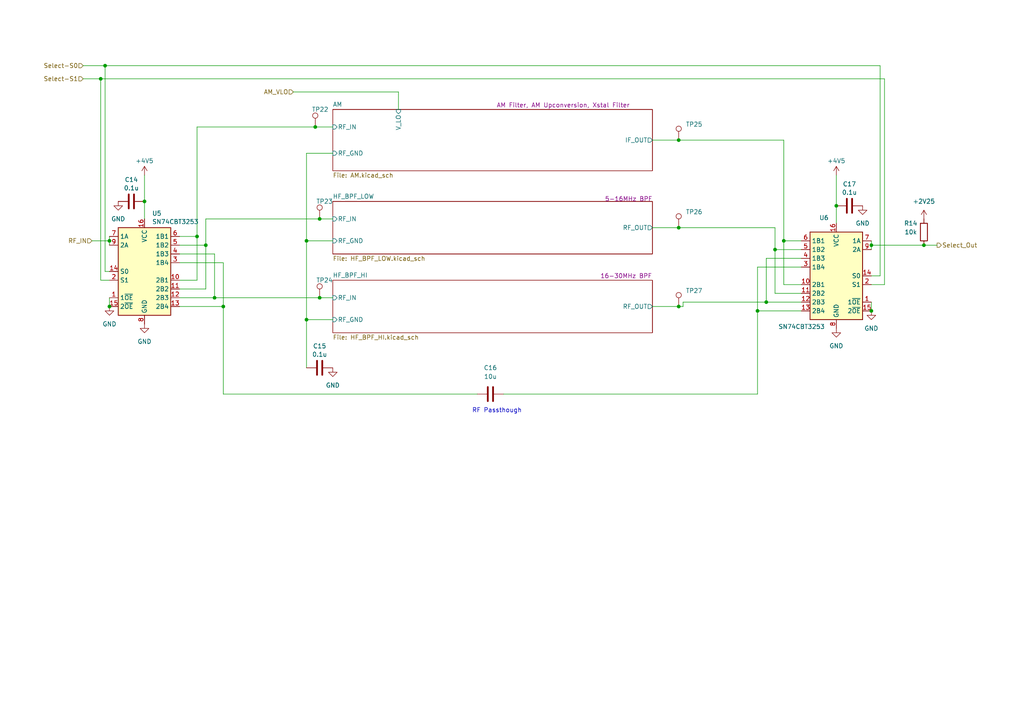
<source format=kicad_sch>
(kicad_sch (version 20230121) (generator eeschema)
  (paper "A4")
  (title_block (title "Automatic Band Pass Filter") (date "2024-01-26") (rev "0.2") (company "Walla Walla University") (comment 1 "Authors: Jaron Brown, Ethan Jansen"))
  (lib_symbols
    (symbol "Analog_Switch:SN74CBT3253"
      (property "Reference" "U" (at -7.62 13.97 0))
      (property "Value" "SN74CBT3253" (at -11.43 -13.97 0))
      (symbol "SN74CBT3253_0_1"
        (rectangle (start -7.62 12.7) (end 7.62 -12.7) (stroke (width 0.254)) (fill (type background)))
        (rectangle (start 7.62 -12.7) (end 7.62 -12.7))
      )
      (symbol "SN74CBT3253_1_1"
        (pin input line (at -10.16 -7.62 0) (length 2.54) (name "1~{OE}") (number "1"))
        (pin bidirectional line (at 10.16 -2.54 180) (length 2.54) (name "2B1") (number "10"))
        (pin bidirectional line (at 10.16 -5.08 180) (length 2.54) (name "2B2") (number "11"))
        (pin bidirectional line (at 10.16 -7.62 180) (length 2.54) (name "2B3") (number "12"))
        (pin bidirectional line (at 10.16 -10.16 180) (length 2.54) (name "2B4") (number "13"))
        (pin input line (at -10.16 0 0) (length 2.54) (name "S0") (number "14"))
        (pin input line (at -10.16 -10.16 0) (length 2.54) (name "2~{OE}") (number "15"))
        (pin power_in line (at 0 15.24 270) (length 2.54) (name "VCC") (number "16"))
        (pin input line (at -10.16 -2.54 0) (length 2.54) (name "S1") (number "2"))
        (pin bidirectional line (at 10.16 2.54 180) (length 2.54) (name "1B4") (number "3"))
        (pin bidirectional line (at 10.16 5.08 180) (length 2.54) (name "1B3") (number "4"))
        (pin bidirectional line (at 10.16 7.62 180) (length 2.54) (name "1B2") (number "5"))
        (pin bidirectional line (at 10.16 10.16 180) (length 2.54) (name "1B1") (number "6"))
        (pin bidirectional line (at -10.16 10.16 0) (length 2.54) (name "1A") (number "7"))
        (pin power_in line (at 0 -15.24 90) (length 2.54) (name "GND") (number "8"))
        (pin bidirectional line (at -10.16 7.62 0) (length 2.54) (name "2A") (number "9"))
      )
    )
    (symbol "Connector:TestPoint" (pin_numbers hide) (pin_names (offset 0.762) hide)
      (property "Reference" "TP" (at 0 6.858 0))
      (property "Value" "TestPoint" (at 0 5.08 0))
      (symbol "TestPoint_0_1"
        (circle (center 0 3.302) (radius 0.762))
      )
      (symbol "TestPoint_1_1"
        (pin passive line (at 0 0 90) (length 2.54) (name "1") (number "1"))
      )
    )
    (symbol "Custom-Power:+2V25" (power) (pin_names (offset 0))
      (property "Value" "+2V25" (at 0 3.556 0))
      (symbol "+2V25_0_1"
        (polyline (pts (xy -0.762 1.27) (xy 0 2.54)))
        (polyline (pts (xy 0 0) (xy 0 2.54)))
        (polyline (pts (xy 0 2.54) (xy 0.762 1.27)))
      )
      (symbol "+2V25_1_1"
        (pin power_in line (at 0 0 90) (length 0) hide (name "+2V25") (number "1"))
      )
    )
    (symbol "Custom-Power:+4V5" (power) (pin_names (offset 0))
      (property "Value" "+4V5" (at 0 3.556 0))
      (symbol "+4V5_0_1"
        (polyline (pts (xy -0.762 1.27) (xy 0 2.54)))
        (polyline (pts (xy 0 0) (xy 0 2.54)))
        (polyline (pts (xy 0 2.54) (xy 0.762 1.27)))
      )
      (symbol "+4V5_1_1"
        (pin power_in line (at 0 0 90) (length 0) hide (name "+4V5") (number "1"))
      )
    )
    (symbol "Device:C" (pin_numbers hide) (pin_names (offset 0.254))
      (property "Reference" "C" (at 0.635 2.54 0))
      (property "Value" "C" (at 0.635 -2.54 0))
      (symbol "C_0_1"
        (polyline (pts (xy -2.032 -0.762) (xy 2.032 -0.762)) (stroke (width 0.508)))
        (polyline (pts (xy -2.032 0.762) (xy 2.032 0.762)) (stroke (width 0.508)))
      )
      (symbol "C_1_1"
        (pin passive line (at 0 3.81 270) (length 2.794) (name "~") (number "1"))
        (pin passive line (at 0 -3.81 90) (length 2.794) (name "~") (number "2"))
      )
    )
    (symbol "Device:R" (pin_numbers hide) (pin_names (offset 0))
      (property "Reference" "R" (at 2.032 0 90))
      (property "Value" "R" (at 0 0 90))
      (symbol "R_0_1"
        (rectangle (start -1.016 -2.54) (end 1.016 2.54) (stroke (width 0.254)))
      )
      (symbol "R_1_1"
        (pin passive line (at 0 3.81 270) (length 1.27) (name "~") (number "1"))
        (pin passive line (at 0 -3.81 90) (length 1.27) (name "~") (number "2"))
      )
    )
    (symbol "power:GND" (power) (pin_names (offset 0))
      (property "Value" "GND" (at 0 -3.81 0))
      (symbol "GND_0_1"
        (polyline (pts (xy 0 0) (xy 0 -1.27) (xy 1.27 -1.27) (xy 0 -2.54) (xy -1.27 -1.27) (xy 0 -1.27)))
      )
      (symbol "GND_1_1"
        (pin power_in line (at 0 0 270) (length 0) hide (name "GND") (number "1"))
      )
    )
  )
  (junction (at 62.23 86.36))
  (junction (at 222.25 87.63))
  (junction (at 92.71 63.5))
  (junction (at 224.79 72.39))
  (junction (at 196.85 40.64))
  (junction (at 92.71 86.36))
  (junction (at 31.75 88.9))
  (junction (at 29.21 22.86))
  (junction (at 64.77 88.9))
  (junction (at 267.97 71.12))
  (junction (at 196.85 88.9))
  (junction (at 242.57 59.69))
  (junction (at 41.91 58.42))
  (junction (at 252.73 71.12))
  (junction (at 196.85 66.04))
  (junction (at 252.73 90.17))
  (junction (at 31.75 69.85))
  (junction (at 88.9 92.71))
  (junction (at 227.33 69.85))
  (junction (at 219.71 90.17))
  (junction (at 30.48 19.05))
  (junction (at 59.69 71.12))
  (junction (at 57.15 68.58))
  (junction (at 88.9 69.85))
  (junction (at 91.44 36.83))
  (wire (pts (xy 88.9 92.71) (xy 96.52 92.71)))
  (wire (pts (xy 242.57 50.8) (xy 242.57 59.69)))
  (wire (pts (xy 96.52 63.5) (xy 92.71 63.5)))
  (wire (pts (xy 31.75 81.28) (xy 29.21 81.28)))
  (wire (pts (xy 57.15 36.83) (xy 57.15 68.58)))
  (wire (pts (xy 196.85 88.9) (xy 198.12 88.9)))
  (wire (pts (xy 256.54 22.86) (xy 256.54 82.55)))
  (wire (pts (xy 227.33 69.85) (xy 227.33 82.55)))
  (wire (pts (xy 219.71 77.47) (xy 219.71 90.17)))
  (wire (pts (xy 232.41 69.85) (xy 227.33 69.85)))
  (wire (pts (xy 189.23 88.9) (xy 196.85 88.9)))
  (wire (pts (xy 267.97 71.12) (xy 271.78 71.12)))
  (wire (pts (xy 57.15 68.58) (xy 57.15 81.28)))
  (wire (pts (xy 88.9 92.71) (xy 88.9 106.68)))
  (wire (pts (xy 219.71 114.3) (xy 219.71 90.17)))
  (wire (pts (xy 232.41 72.39) (xy 224.79 72.39)))
  (wire (pts (xy 30.48 19.05) (xy 255.27 19.05)))
  (wire (pts (xy 31.75 69.85) (xy 31.75 71.12)))
  (wire (pts (xy 26.67 69.85) (xy 31.75 69.85)))
  (wire (pts (xy 198.12 87.63) (xy 222.25 87.63)))
  (wire (pts (xy 232.41 85.09) (xy 224.79 85.09)))
  (wire (pts (xy 224.79 66.04) (xy 224.79 72.39)))
  (wire (pts (xy 64.77 114.3) (xy 64.77 88.9)))
  (wire (pts (xy 52.07 81.28) (xy 57.15 81.28)))
  (wire (pts (xy 92.71 86.36) (xy 96.52 86.36)))
  (wire (pts (xy 64.77 76.2) (xy 64.77 88.9)))
  (wire (pts (xy 29.21 81.28) (xy 29.21 22.86)))
  (wire (pts (xy 252.73 71.12) (xy 267.97 71.12)))
  (wire (pts (xy 146.05 114.3) (xy 219.71 114.3)))
  (wire (pts (xy 88.9 69.85) (xy 96.52 69.85)))
  (wire (pts (xy 227.33 40.64) (xy 227.33 69.85)))
  (wire (pts (xy 52.07 83.82) (xy 59.69 83.82)))
  (wire (pts (xy 232.41 82.55) (xy 227.33 82.55)))
  (wire (pts (xy 224.79 72.39) (xy 224.79 85.09)))
  (wire (pts (xy 41.91 58.42) (xy 41.91 63.5)))
  (wire (pts (xy 62.23 73.66) (xy 62.23 86.36)))
  (wire (pts (xy 85.09 26.67) (xy 115.57 26.67)))
  (wire (pts (xy 52.07 88.9) (xy 64.77 88.9)))
  (wire (pts (xy 189.23 40.64) (xy 196.85 40.64)))
  (wire (pts (xy 52.07 73.66) (xy 62.23 73.66)))
  (wire (pts (xy 30.48 78.74) (xy 30.48 19.05)))
  (wire (pts (xy 88.9 44.45) (xy 96.52 44.45)))
  (wire (pts (xy 255.27 19.05) (xy 255.27 80.01)))
  (wire (pts (xy 115.57 26.67) (xy 115.57 31.75)))
  (wire (pts (xy 232.41 74.93) (xy 222.25 74.93)))
  (wire (pts (xy 59.69 71.12) (xy 59.69 83.82)))
  (wire (pts (xy 252.73 87.63) (xy 252.73 90.17)))
  (wire (pts (xy 31.75 86.36) (xy 31.75 88.9)))
  (wire (pts (xy 198.12 88.9) (xy 198.12 87.63)))
  (wire (pts (xy 242.57 59.69) (xy 242.57 64.77)))
  (wire (pts (xy 29.21 22.86) (xy 256.54 22.86)))
  (wire (pts (xy 255.27 80.01) (xy 252.73 80.01)))
  (wire (pts (xy 88.9 92.71) (xy 88.9 69.85)))
  (wire (pts (xy 88.9 69.85) (xy 88.9 44.45)))
  (wire (pts (xy 29.21 22.86) (xy 24.13 22.86)))
  (wire (pts (xy 222.25 74.93) (xy 222.25 87.63)))
  (wire (pts (xy 30.48 19.05) (xy 24.13 19.05)))
  (wire (pts (xy 196.85 40.64) (xy 227.33 40.64)))
  (wire (pts (xy 232.41 77.47) (xy 219.71 77.47)))
  (wire (pts (xy 189.23 66.04) (xy 196.85 66.04)))
  (wire (pts (xy 222.25 87.63) (xy 232.41 87.63)))
  (wire (pts (xy 31.75 78.74) (xy 30.48 78.74)))
  (wire (pts (xy 59.69 63.5) (xy 92.71 63.5)))
  (wire (pts (xy 232.41 90.17) (xy 219.71 90.17)))
  (wire (pts (xy 62.23 86.36) (xy 52.07 86.36)))
  (wire (pts (xy 52.07 71.12) (xy 59.69 71.12)))
  (wire (pts (xy 196.85 66.04) (xy 224.79 66.04)))
  (wire (pts (xy 91.44 36.83) (xy 96.52 36.83)))
  (wire (pts (xy 64.77 114.3) (xy 138.43 114.3)))
  (wire (pts (xy 52.07 68.58) (xy 57.15 68.58)))
  (wire (pts (xy 256.54 82.55) (xy 252.73 82.55)))
  (wire (pts (xy 31.75 68.58) (xy 31.75 69.85)))
  (wire (pts (xy 59.69 63.5) (xy 59.69 71.12)))
  (wire (pts (xy 41.91 50.8) (xy 41.91 58.42)))
  (wire (pts (xy 91.44 36.83) (xy 57.15 36.83)))
  (wire (pts (xy 52.07 76.2) (xy 64.77 76.2)))
  (wire (pts (xy 252.73 71.12) (xy 252.73 72.39)))
  (wire (pts (xy 252.73 69.85) (xy 252.73 71.12)))
  (wire (pts (xy 62.23 86.36) (xy 92.71 86.36)))
  (text "RF Passthough" (at 136.906 119.888 0) (effects (font (size 1.27 1.27)) (justify left bottom)))
  (hierarchical_label "AM_VLO" (shape input) (at 85.09 26.67 180))
  (hierarchical_label "Select-S1" (shape input) (at 24.13 22.86 180))
  (hierarchical_label "RF_IN" (shape input) (at 26.67 69.85 180))
  (hierarchical_label "Select-S0" (shape input) (at 24.13 19.05 180))
  (hierarchical_label "Select_Out" (shape output) (at 271.78 71.12 0))
  (symbol (lib_id "Device:C") (at 246.38 59.69 270) (mirror x) (unit 1)
    (property "Reference" "C17" (at 246.38 53.3867 90))
    (property "Value" "0.1u" (at 246.38 55.8109 90))
    (property "Footprint" "Capacitor_SMD:C_0805_2012Metric" (effects hide))
    (property "Comment" "10%" (effects hide))
    (property "LCSC" "C49678" (effects hide))
  )
  (symbol (lib_id "power:GND") (at 250.19 59.69 0) (unit 1)
    (property "Reference" "#PWR032" (effects hide))
    (property "Value" "GND" (at 250.19 64.77 0))
  )
  (symbol (lib_id "Connector:TestPoint") (at 196.85 40.64 0) (unit 1)
    (property "Reference" "TP25" (at 198.882 36.068 0) (effects (justify left)))
    (property "Value" "TestPoint" (effects hide))
    (property "Footprint" "TestPoint:TestPoint_THTPad_D1.0mm_Drill0.5mm" (effects hide))
  )
  (symbol (lib_id "Custom-Power:+4V5") (at 41.91 50.8 0) (unit 1)
    (property "Reference" "#PWR027" (effects hide))
    (property "Value" "+4V5" (at 41.91 46.6669 0))
  )
  (symbol (lib_id "Device:C") (at 142.24 114.3 90) (unit 1)
    (property "Reference" "C16" (at 142.24 106.68 90))
    (property "Value" "10u" (at 142.24 109.22 90))
    (property "Footprint" "Capacitor_SMD:C_0805_2012Metric" (effects hide))
    (property "Comment" "10%, Ideally Electrolytic for ADC, but JLCPCB doesn't have" (effects hide))
    (property "LCSC" "C15850" (effects hide))
  )
  (symbol (lib_id "Custom-Power:+2V25") (at 267.97 63.5 0) (unit 1)
    (property "Reference" "#PWR034" (effects hide))
    (property "Value" "+2V25" (at 267.97 58.42 0))
  )
  (symbol (lib_id "Connector:TestPoint") (at 196.85 66.04 0) (unit 1)
    (property "Reference" "TP26" (at 198.882 61.468 0) (effects (justify left)))
    (property "Value" "TestPoint" (effects hide))
    (property "Footprint" "TestPoint:TestPoint_THTPad_D1.0mm_Drill0.5mm" (effects hide))
  )
  (symbol (lib_id "Analog_Switch:SN74CBT3253") (at 242.57 80.01 0) (mirror y) (unit 1)
    (property "Reference" "U6" (at 240.3759 63.1657 0) (effects (justify left)))
    (property "Value" "SN74CBT3253" (at 239.268 94.742 0) (effects (justify left)))
    (property "Footprint" "SN74CBT3253CPWR:SOP65P640X120-16N" (effects hide))
    (property "Datasheet" "http://www.ti.com/lit/gpn/sn74cbt3253" (effects hide))
    (property "LCSC" "C2674672" (effects hide))
  )
  (symbol (lib_id "Connector:TestPoint") (at 92.71 86.36 0) (unit 1)
    (property "Reference" "TP24" (at 91.694 81.28 0) (effects (justify left)))
    (property "Value" "TestPoint" (effects hide))
    (property "Footprint" "TestPoint:TestPoint_THTPad_D1.0mm_Drill0.5mm" (effects hide))
  )
  (symbol (lib_id "power:GND") (at 34.29 58.42 0) (unit 1)
    (property "Reference" "#PWR026" (effects hide))
    (property "Value" "GND" (at 34.29 63.5 0))
  )
  (symbol (lib_id "power:GND") (at 41.91 93.98 0) (unit 1)
    (property "Reference" "#PWR028" (effects hide))
    (property "Value" "GND" (at 41.91 99.06 0))
  )
  (symbol (lib_id "Connector:TestPoint") (at 92.71 63.5 0) (unit 1)
    (property "Reference" "TP23" (at 91.694 58.42 0) (effects (justify left)))
    (property "Value" "TestPoint" (effects hide))
    (property "Footprint" "TestPoint:TestPoint_THTPad_D1.0mm_Drill0.5mm" (effects hide))
  )
  (symbol (lib_id "Analog_Switch:SN74CBT3253") (at 41.91 78.74 0) (unit 1)
    (property "Reference" "U5" (at 44.1041 61.8957 0) (effects (justify left)))
    (property "Value" "SN74CBT3253" (at 44.1041 64.3199 0) (effects (justify left)))
    (property "Footprint" "SN74CBT3253CPWR:SOP65P640X120-16N" (effects hide))
    (property "Datasheet" "http://www.ti.com/lit/gpn/sn74cbt3253" (effects hide))
    (property "LCSC" "C2674672" (effects hide))
  )
  (symbol (lib_id "power:GND") (at 31.75 88.9 0) (unit 1)
    (property "Reference" "#PWR025" (effects hide))
    (property "Value" "GND" (at 31.75 93.98 0))
  )
  (symbol (lib_id "Device:R") (at 267.97 67.31 180) (unit 1)
    (property "Reference" "R14" (at 264.16 64.77 0))
    (property "Value" "10k" (at 264.16 67.31 0))
    (property "Footprint" "Resistor_SMD:R_0805_2012Metric" (effects hide))
    (property "LCSC" "C17414" (effects hide))
  )
  (symbol (lib_id "Custom-Power:+4V5") (at 242.57 50.8 0) (unit 1)
    (property "Reference" "#PWR030" (effects hide))
    (property "Value" "+4V5" (at 242.57 46.6669 0))
  )
  (symbol (lib_id "Device:C") (at 92.71 106.68 90) (unit 1)
    (property "Reference" "C15" (at 92.71 100.3767 90))
    (property "Value" "0.1u" (at 92.71 102.8009 90))
    (property "Footprint" "Capacitor_SMD:C_0805_2012Metric" (effects hide))
    (property "Comment" "10%" (effects hide))
    (property "LCSC" "C49678" (effects hide))
  )
  (symbol (lib_id "power:GND") (at 242.57 95.25 0) (unit 1)
    (property "Reference" "#PWR031" (effects hide))
    (property "Value" "GND" (at 242.57 100.33 0))
  )
  (symbol (lib_id "Device:C") (at 38.1 58.42 90) (unit 1)
    (property "Reference" "C14" (at 38.1 52.1167 90))
    (property "Value" "0.1u" (at 38.1 54.5409 90))
    (property "Footprint" "Capacitor_SMD:C_0805_2012Metric" (effects hide))
    (property "Comment" "10%" (effects hide))
    (property "LCSC" "C49678" (effects hide))
  )
  (symbol (lib_id "power:GND") (at 252.73 90.17 0) (unit 1)
    (property "Reference" "#PWR033" (effects hide))
    (property "Value" "GND" (at 252.73 95.25 0))
  )
  (symbol (lib_id "power:GND") (at 96.52 106.68 0) (unit 1)
    (property "Reference" "#PWR029" (effects hide))
    (property "Value" "GND" (at 96.52 111.76 0))
  )
  (symbol (lib_id "Connector:TestPoint") (at 91.44 36.83 0) (unit 1)
    (property "Reference" "TP22" (at 90.424 31.75 0) (effects (justify left)))
    (property "Value" "TestPoint" (effects hide))
    (property "Footprint" "TestPoint:TestPoint_THTPad_D1.0mm_Drill0.5mm" (effects hide))
  )
  (symbol (lib_id "Connector:TestPoint") (at 196.85 88.9 0) (unit 1)
    (property "Reference" "TP27" (at 198.882 84.328 0) (effects (justify left)))
    (property "Value" "TestPoint" (effects hide))
    (property "Footprint" "TestPoint:TestPoint_THTPad_D1.0mm_Drill0.5mm" (effects hide))
  )
  (sheet (at 96.52 31.75) (size 92.71 17.78) (stroke (width 0.1524))
    (property "Sheetname" "AM" (at 96.52 31.0384 0) (effects (justify left bottom)))
    (property "Sheetfile" "AM.kicad_sch" (at 96.52 50.1146 0) (effects (justify left top)))
    (property "Comment" "AM Filter, AM Upconversion, Xstal Filter " (at 163.83 30.48 0))
    (pin "RF_GND" input (at 96.52 44.45 180))
    (pin "RF_IN" input (at 96.52 36.83 180))
    (pin "IF_OUT" output (at 189.23 40.64 0))
    (pin "V_LO" input (at 115.57 31.75 90))
  )
  (sheet (at 96.52 81.28) (size 92.71 15.24) (stroke (width 0.1524))
    (property "Sheetname" "HF_BPF_HI" (at 96.52 80.5684 0) (effects (justify left bottom)))
    (property "Sheetfile" "HF_BPF_HI.kicad_sch" (at 96.52 97.1046 0) (effects (justify left top)))
    (property "Comment" "16-30MHz BPF" (at 181.61 80.01 0))
    (pin "RF_GND" input (at 96.52 92.71 180))
    (pin "RF_IN" input (at 96.52 86.36 180))
    (pin "RF_OUT" output (at 189.23 88.9 0))
  )
  (sheet (at 96.52 58.42) (size 92.71 15.24) (stroke (width 0.1524))
    (property "Sheetname" "HF_BPF_LOW" (at 96.52 57.7084 0) (effects (justify left bottom)))
    (property "Sheetfile" "HF_BPF_LOW.kicad_sch" (at 96.52 74.2446 0) (effects (justify left top)))
    (property "Comment" "5-16MHz BPF" (at 189.23 58.42 0) (effects (justify right bottom)))
    (pin "RF_OUT" output (at 189.23 66.04 0))
    (pin "RF_IN" input (at 96.52 63.5 180))
    (pin "RF_GND" input (at 96.52 69.85 180))
  )
)
</source>
